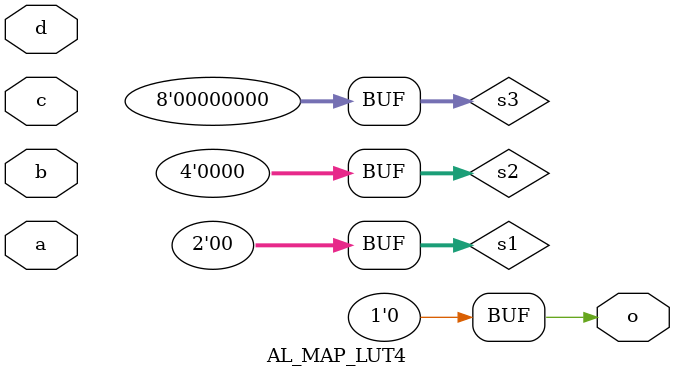
<source format=v>
module AL_MAP_LUT4 (
	output o,
	input a,
	input b,
	input c,
	input d
);
	parameter [15:0] INIT = 16'h0;
	parameter EQN = "(A)";
	wire [7:0] s3 = d ? INIT[15:8] : INIT[7:0];
	wire [3:0] s2 = c ?   s3[ 7:4] :   s3[3:0];
	wire [1:0] s1 = b ?   s2[ 3:2] :   s2[1:0];
	assign o = a ? s1[1] : s1[0];	
endmodule
</source>
